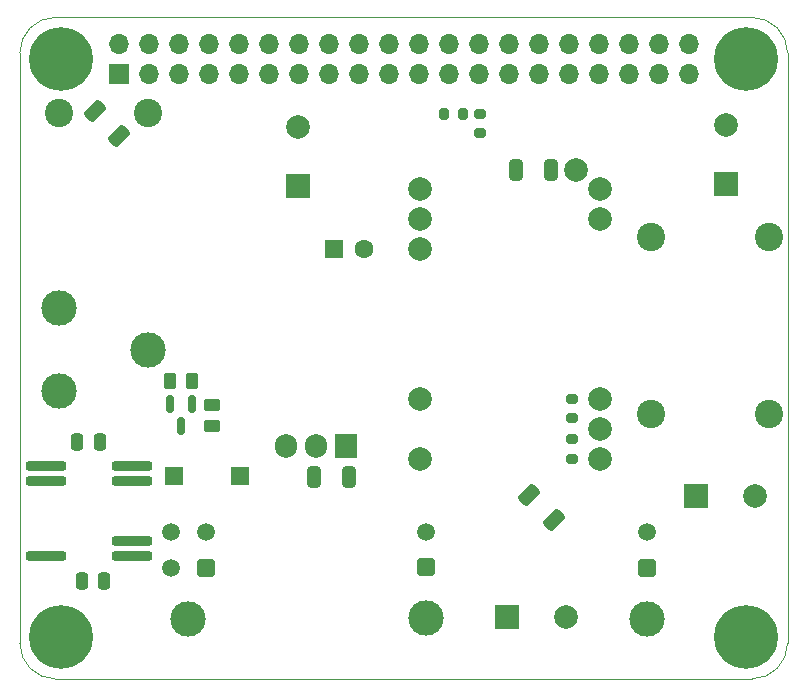
<source format=gbs>
G04 #@! TF.GenerationSoftware,KiCad,Pcbnew,7.0.6*
G04 #@! TF.CreationDate,2023-08-28T17:59:06+03:00*
G04 #@! TF.ProjectId,power_sheld,706f7765-725f-4736-9865-6c642e6b6963,rev?*
G04 #@! TF.SameCoordinates,Original*
G04 #@! TF.FileFunction,Soldermask,Bot*
G04 #@! TF.FilePolarity,Negative*
%FSLAX46Y46*%
G04 Gerber Fmt 4.6, Leading zero omitted, Abs format (unit mm)*
G04 Created by KiCad (PCBNEW 7.0.6) date 2023-08-28 17:59:06*
%MOMM*%
%LPD*%
G01*
G04 APERTURE LIST*
G04 Aperture macros list*
%AMRoundRect*
0 Rectangle with rounded corners*
0 $1 Rounding radius*
0 $2 $3 $4 $5 $6 $7 $8 $9 X,Y pos of 4 corners*
0 Add a 4 corners polygon primitive as box body*
4,1,4,$2,$3,$4,$5,$6,$7,$8,$9,$2,$3,0*
0 Add four circle primitives for the rounded corners*
1,1,$1+$1,$2,$3*
1,1,$1+$1,$4,$5*
1,1,$1+$1,$6,$7*
1,1,$1+$1,$8,$9*
0 Add four rect primitives between the rounded corners*
20,1,$1+$1,$2,$3,$4,$5,0*
20,1,$1+$1,$4,$5,$6,$7,0*
20,1,$1+$1,$6,$7,$8,$9,0*
20,1,$1+$1,$8,$9,$2,$3,0*%
G04 Aperture macros list end*
%ADD10C,0.800000*%
%ADD11C,5.400000*%
%ADD12R,2.000000X2.000000*%
%ADD13C,2.000000*%
%ADD14R,1.500000X1.500000*%
%ADD15C,3.000000*%
%ADD16RoundRect,0.250001X0.499999X0.499999X-0.499999X0.499999X-0.499999X-0.499999X0.499999X-0.499999X0*%
%ADD17C,1.500000*%
%ADD18C,2.400000*%
%ADD19R,1.905000X2.000000*%
%ADD20O,1.905000X2.000000*%
%ADD21R,1.600000X1.600000*%
%ADD22C,1.600000*%
%ADD23R,1.700000X1.700000*%
%ADD24O,1.700000X1.700000*%
%ADD25RoundRect,0.200000X0.200000X0.275000X-0.200000X0.275000X-0.200000X-0.275000X0.200000X-0.275000X0*%
%ADD26RoundRect,0.250000X0.689429X0.229810X0.229810X0.689429X-0.689429X-0.229810X-0.229810X-0.689429X0*%
%ADD27RoundRect,0.200000X0.275000X-0.200000X0.275000X0.200000X-0.275000X0.200000X-0.275000X-0.200000X0*%
%ADD28RoundRect,0.250000X0.325000X0.650000X-0.325000X0.650000X-0.325000X-0.650000X0.325000X-0.650000X0*%
%ADD29RoundRect,0.250000X-0.250000X-0.475000X0.250000X-0.475000X0.250000X0.475000X-0.250000X0.475000X0*%
%ADD30RoundRect,0.150000X-0.150000X0.587500X-0.150000X-0.587500X0.150000X-0.587500X0.150000X0.587500X0*%
%ADD31RoundRect,0.250000X-0.325000X-0.650000X0.325000X-0.650000X0.325000X0.650000X-0.325000X0.650000X0*%
%ADD32RoundRect,0.200000X-1.500000X0.200000X-1.500000X-0.200000X1.500000X-0.200000X1.500000X0.200000X0*%
%ADD33RoundRect,0.250000X-0.450000X0.262500X-0.450000X-0.262500X0.450000X-0.262500X0.450000X0.262500X0*%
%ADD34RoundRect,0.250000X-0.262500X-0.450000X0.262500X-0.450000X0.262500X0.450000X-0.262500X0.450000X0*%
%ADD35RoundRect,0.200000X-0.275000X0.200000X-0.275000X-0.200000X0.275000X-0.200000X0.275000X0.200000X0*%
G04 #@! TA.AperFunction,Profile*
%ADD36C,0.100000*%
G04 #@! TD*
G04 APERTURE END LIST*
D10*
X171543109Y-72068109D03*
X172136218Y-70636218D03*
X172136218Y-73500000D03*
X173568109Y-70043109D03*
D11*
X173568109Y-72068109D03*
D10*
X173568109Y-74093109D03*
X175000000Y-70636218D03*
X175000000Y-73500000D03*
X175593109Y-72068109D03*
D12*
X135580000Y-82867677D03*
D13*
X135580000Y-77867677D03*
D14*
X130670000Y-107420000D03*
D10*
X171543109Y-121068109D03*
X172136218Y-119636218D03*
X172136218Y-122500000D03*
X173568109Y-119043109D03*
D11*
X173568109Y-121068109D03*
D10*
X173568109Y-123093109D03*
X175000000Y-119636218D03*
X175000000Y-122500000D03*
X175593109Y-121068109D03*
D14*
X125090000Y-107420000D03*
D12*
X171840000Y-82700000D03*
D13*
X171840000Y-77700000D03*
X145950000Y-83090000D03*
X145950000Y-85630000D03*
X145950000Y-88170000D03*
X145950000Y-100870000D03*
X145950000Y-105950000D03*
X161190000Y-105950000D03*
X161190000Y-103410000D03*
X161190000Y-100870000D03*
X161190000Y-85630000D03*
X161190000Y-83090000D03*
X159200000Y-81470000D03*
D15*
X146500000Y-119435000D03*
D16*
X146500000Y-115115000D03*
D17*
X146500000Y-112115000D03*
D12*
X169340000Y-109100000D03*
D13*
X174340000Y-109100000D03*
D12*
X153327677Y-119320000D03*
D13*
X158327677Y-119320000D03*
D15*
X122960000Y-96700000D03*
D18*
X122960000Y-76700000D03*
D15*
X115360000Y-100200000D03*
X115360000Y-93200000D03*
D18*
X115360000Y-76700000D03*
D15*
X165170000Y-119480000D03*
D16*
X165170000Y-115160000D03*
D17*
X165170000Y-112160000D03*
D19*
X139710000Y-104820000D03*
D20*
X137170000Y-104820000D03*
X134630000Y-104820000D03*
D18*
X165470000Y-102150000D03*
X175470000Y-102150000D03*
X175470000Y-87150000D03*
X165470000Y-87150000D03*
D15*
X126330000Y-119485000D03*
D16*
X127830000Y-115165000D03*
D17*
X124830000Y-115165000D03*
X127830000Y-112165000D03*
X124830000Y-112165000D03*
D10*
X113543109Y-72068109D03*
X114136218Y-70636218D03*
X114136218Y-73500000D03*
X115568109Y-70043109D03*
D11*
X115568109Y-72068109D03*
D10*
X115568109Y-74093109D03*
X117000000Y-70636218D03*
X117000000Y-73500000D03*
X117593109Y-72068109D03*
X113543109Y-121068109D03*
X114136218Y-119636218D03*
X114136218Y-122500000D03*
X115568109Y-119043109D03*
D11*
X115568109Y-121068109D03*
D10*
X115568109Y-123093109D03*
X117000000Y-119636218D03*
X117000000Y-122500000D03*
X117593109Y-121068109D03*
D21*
X138707621Y-88140000D03*
D22*
X141207621Y-88140000D03*
D23*
X120468109Y-73358109D03*
D24*
X120468109Y-70818109D03*
X123008109Y-73358109D03*
X123008109Y-70818109D03*
X125548109Y-73358109D03*
X125548109Y-70818109D03*
X128088109Y-73358109D03*
X128088109Y-70818109D03*
X130628109Y-73358109D03*
X130628109Y-70818109D03*
X133168109Y-73358109D03*
X133168109Y-70818109D03*
X135708109Y-73358109D03*
X135708109Y-70818109D03*
X138248109Y-73358109D03*
X138248109Y-70818109D03*
X140788109Y-73358109D03*
X140788109Y-70818109D03*
X143328109Y-73358109D03*
X143328109Y-70818109D03*
X145868109Y-73358109D03*
X145868109Y-70818109D03*
X148408109Y-73358109D03*
X148408109Y-70818109D03*
X150948109Y-73358109D03*
X150948109Y-70818109D03*
X153488109Y-73358109D03*
X153488109Y-70818109D03*
X156028109Y-73358109D03*
X156028109Y-70818109D03*
X158568109Y-73358109D03*
X158568109Y-70818109D03*
X161108109Y-73358109D03*
X161108109Y-70818109D03*
X163648109Y-73358109D03*
X163648109Y-70818109D03*
X166188109Y-73358109D03*
X166188109Y-70818109D03*
X168728109Y-73358109D03*
X168728109Y-70818109D03*
D25*
X149615000Y-76707500D03*
X147965000Y-76707500D03*
D26*
X120500000Y-78580000D03*
X118414034Y-76494034D03*
D27*
X158850000Y-105950000D03*
X158850000Y-104300000D03*
D28*
X139915000Y-107470000D03*
X136965000Y-107470000D03*
D29*
X117330000Y-116260000D03*
X119230000Y-116260000D03*
D26*
X157258839Y-111121162D03*
X155172873Y-109035196D03*
D30*
X124760000Y-101320000D03*
X126660000Y-101320000D03*
X125710000Y-103195000D03*
D31*
X154115000Y-81470000D03*
X157065000Y-81470000D03*
D32*
X121550000Y-106570000D03*
X121550000Y-107840000D03*
X121550000Y-112920000D03*
X121550000Y-114190000D03*
X114250000Y-114190000D03*
X114250000Y-107840000D03*
X114250000Y-106570000D03*
D27*
X158850000Y-102520000D03*
X158850000Y-100870000D03*
D33*
X128360000Y-101365000D03*
X128360000Y-103190000D03*
D34*
X124797500Y-99387500D03*
X126622500Y-99387500D03*
D35*
X151000000Y-76707500D03*
X151000000Y-78357500D03*
D29*
X116950000Y-104500000D03*
X118850000Y-104500000D03*
D36*
X174068109Y-124568109D02*
G75*
G03*
X177068109Y-121568109I-9J3000009D01*
G01*
X112068109Y-71568109D02*
X112068109Y-121568109D01*
X177068109Y-121568109D02*
X177068109Y-71568109D01*
X115068109Y-68568109D02*
G75*
G03*
X112068109Y-71568109I-9J-2999991D01*
G01*
X115068109Y-124568109D02*
X174068109Y-124568109D01*
X174068109Y-68568109D02*
X115068109Y-68568109D01*
X112068091Y-121568109D02*
G75*
G03*
X115068109Y-124568109I3000009J9D01*
G01*
X177068091Y-71568109D02*
G75*
G03*
X174068109Y-68568109I-2999991J9D01*
G01*
M02*

</source>
